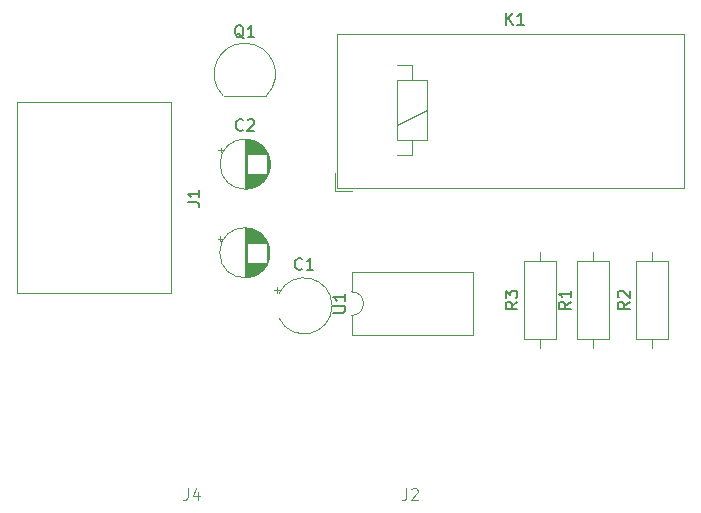
<source format=gbr>
%TF.GenerationSoftware,KiCad,Pcbnew,8.0.4*%
%TF.CreationDate,2024-08-25T11:04:55+02:00*%
%TF.ProjectId,Relais-M,52656c61-6973-42d4-9d2e-6b696361645f,rev?*%
%TF.SameCoordinates,Original*%
%TF.FileFunction,Legend,Top*%
%TF.FilePolarity,Positive*%
%FSLAX46Y46*%
G04 Gerber Fmt 4.6, Leading zero omitted, Abs format (unit mm)*
G04 Created by KiCad (PCBNEW 8.0.4) date 2024-08-25 11:04:55*
%MOMM*%
%LPD*%
G01*
G04 APERTURE LIST*
%ADD10C,0.150000*%
%ADD11C,0.100000*%
%ADD12C,0.120000*%
G04 APERTURE END LIST*
D10*
X160084819Y-64666666D02*
X159608628Y-64999999D01*
X160084819Y-65238094D02*
X159084819Y-65238094D01*
X159084819Y-65238094D02*
X159084819Y-64857142D01*
X159084819Y-64857142D02*
X159132438Y-64761904D01*
X159132438Y-64761904D02*
X159180057Y-64714285D01*
X159180057Y-64714285D02*
X159275295Y-64666666D01*
X159275295Y-64666666D02*
X159418152Y-64666666D01*
X159418152Y-64666666D02*
X159513390Y-64714285D01*
X159513390Y-64714285D02*
X159561009Y-64761904D01*
X159561009Y-64761904D02*
X159608628Y-64857142D01*
X159608628Y-64857142D02*
X159608628Y-65238094D01*
X159084819Y-64333332D02*
X159084819Y-63714285D01*
X159084819Y-63714285D02*
X159465771Y-64047618D01*
X159465771Y-64047618D02*
X159465771Y-63904761D01*
X159465771Y-63904761D02*
X159513390Y-63809523D01*
X159513390Y-63809523D02*
X159561009Y-63761904D01*
X159561009Y-63761904D02*
X159656247Y-63714285D01*
X159656247Y-63714285D02*
X159894342Y-63714285D01*
X159894342Y-63714285D02*
X159989580Y-63761904D01*
X159989580Y-63761904D02*
X160037200Y-63809523D01*
X160037200Y-63809523D02*
X160084819Y-63904761D01*
X160084819Y-63904761D02*
X160084819Y-64190475D01*
X160084819Y-64190475D02*
X160037200Y-64285713D01*
X160037200Y-64285713D02*
X159989580Y-64333332D01*
X169584819Y-64666666D02*
X169108628Y-64999999D01*
X169584819Y-65238094D02*
X168584819Y-65238094D01*
X168584819Y-65238094D02*
X168584819Y-64857142D01*
X168584819Y-64857142D02*
X168632438Y-64761904D01*
X168632438Y-64761904D02*
X168680057Y-64714285D01*
X168680057Y-64714285D02*
X168775295Y-64666666D01*
X168775295Y-64666666D02*
X168918152Y-64666666D01*
X168918152Y-64666666D02*
X169013390Y-64714285D01*
X169013390Y-64714285D02*
X169061009Y-64761904D01*
X169061009Y-64761904D02*
X169108628Y-64857142D01*
X169108628Y-64857142D02*
X169108628Y-65238094D01*
X168680057Y-64285713D02*
X168632438Y-64238094D01*
X168632438Y-64238094D02*
X168584819Y-64142856D01*
X168584819Y-64142856D02*
X168584819Y-63904761D01*
X168584819Y-63904761D02*
X168632438Y-63809523D01*
X168632438Y-63809523D02*
X168680057Y-63761904D01*
X168680057Y-63761904D02*
X168775295Y-63714285D01*
X168775295Y-63714285D02*
X168870533Y-63714285D01*
X168870533Y-63714285D02*
X169013390Y-63761904D01*
X169013390Y-63761904D02*
X169584819Y-64333332D01*
X169584819Y-64333332D02*
X169584819Y-63714285D01*
X164584819Y-64666666D02*
X164108628Y-64999999D01*
X164584819Y-65238094D02*
X163584819Y-65238094D01*
X163584819Y-65238094D02*
X163584819Y-64857142D01*
X163584819Y-64857142D02*
X163632438Y-64761904D01*
X163632438Y-64761904D02*
X163680057Y-64714285D01*
X163680057Y-64714285D02*
X163775295Y-64666666D01*
X163775295Y-64666666D02*
X163918152Y-64666666D01*
X163918152Y-64666666D02*
X164013390Y-64714285D01*
X164013390Y-64714285D02*
X164061009Y-64761904D01*
X164061009Y-64761904D02*
X164108628Y-64857142D01*
X164108628Y-64857142D02*
X164108628Y-65238094D01*
X164584819Y-63714285D02*
X164584819Y-64285713D01*
X164584819Y-63999999D02*
X163584819Y-63999999D01*
X163584819Y-63999999D02*
X163727676Y-64095237D01*
X163727676Y-64095237D02*
X163822914Y-64190475D01*
X163822914Y-64190475D02*
X163870533Y-64285713D01*
D11*
X150666666Y-80457419D02*
X150666666Y-81171704D01*
X150666666Y-81171704D02*
X150619047Y-81314561D01*
X150619047Y-81314561D02*
X150523809Y-81409800D01*
X150523809Y-81409800D02*
X150380952Y-81457419D01*
X150380952Y-81457419D02*
X150285714Y-81457419D01*
X151095238Y-80552657D02*
X151142857Y-80505038D01*
X151142857Y-80505038D02*
X151238095Y-80457419D01*
X151238095Y-80457419D02*
X151476190Y-80457419D01*
X151476190Y-80457419D02*
X151571428Y-80505038D01*
X151571428Y-80505038D02*
X151619047Y-80552657D01*
X151619047Y-80552657D02*
X151666666Y-80647895D01*
X151666666Y-80647895D02*
X151666666Y-80743133D01*
X151666666Y-80743133D02*
X151619047Y-80885990D01*
X151619047Y-80885990D02*
X151047619Y-81457419D01*
X151047619Y-81457419D02*
X151666666Y-81457419D01*
X132166666Y-80457419D02*
X132166666Y-81171704D01*
X132166666Y-81171704D02*
X132119047Y-81314561D01*
X132119047Y-81314561D02*
X132023809Y-81409800D01*
X132023809Y-81409800D02*
X131880952Y-81457419D01*
X131880952Y-81457419D02*
X131785714Y-81457419D01*
X133071428Y-80790752D02*
X133071428Y-81457419D01*
X132833333Y-80409800D02*
X132595238Y-81124085D01*
X132595238Y-81124085D02*
X133214285Y-81124085D01*
D10*
X136904761Y-42350057D02*
X136809523Y-42302438D01*
X136809523Y-42302438D02*
X136714285Y-42207200D01*
X136714285Y-42207200D02*
X136571428Y-42064342D01*
X136571428Y-42064342D02*
X136476190Y-42016723D01*
X136476190Y-42016723D02*
X136380952Y-42016723D01*
X136428571Y-42254819D02*
X136333333Y-42207200D01*
X136333333Y-42207200D02*
X136238095Y-42111961D01*
X136238095Y-42111961D02*
X136190476Y-41921485D01*
X136190476Y-41921485D02*
X136190476Y-41588152D01*
X136190476Y-41588152D02*
X136238095Y-41397676D01*
X136238095Y-41397676D02*
X136333333Y-41302438D01*
X136333333Y-41302438D02*
X136428571Y-41254819D01*
X136428571Y-41254819D02*
X136619047Y-41254819D01*
X136619047Y-41254819D02*
X136714285Y-41302438D01*
X136714285Y-41302438D02*
X136809523Y-41397676D01*
X136809523Y-41397676D02*
X136857142Y-41588152D01*
X136857142Y-41588152D02*
X136857142Y-41921485D01*
X136857142Y-41921485D02*
X136809523Y-42111961D01*
X136809523Y-42111961D02*
X136714285Y-42207200D01*
X136714285Y-42207200D02*
X136619047Y-42254819D01*
X136619047Y-42254819D02*
X136428571Y-42254819D01*
X137809523Y-42254819D02*
X137238095Y-42254819D01*
X137523809Y-42254819D02*
X137523809Y-41254819D01*
X137523809Y-41254819D02*
X137428571Y-41397676D01*
X137428571Y-41397676D02*
X137333333Y-41492914D01*
X137333333Y-41492914D02*
X137238095Y-41540533D01*
X136860733Y-50109580D02*
X136813114Y-50157200D01*
X136813114Y-50157200D02*
X136670257Y-50204819D01*
X136670257Y-50204819D02*
X136575019Y-50204819D01*
X136575019Y-50204819D02*
X136432162Y-50157200D01*
X136432162Y-50157200D02*
X136336924Y-50061961D01*
X136336924Y-50061961D02*
X136289305Y-49966723D01*
X136289305Y-49966723D02*
X136241686Y-49776247D01*
X136241686Y-49776247D02*
X136241686Y-49633390D01*
X136241686Y-49633390D02*
X136289305Y-49442914D01*
X136289305Y-49442914D02*
X136336924Y-49347676D01*
X136336924Y-49347676D02*
X136432162Y-49252438D01*
X136432162Y-49252438D02*
X136575019Y-49204819D01*
X136575019Y-49204819D02*
X136670257Y-49204819D01*
X136670257Y-49204819D02*
X136813114Y-49252438D01*
X136813114Y-49252438D02*
X136860733Y-49300057D01*
X137241686Y-49300057D02*
X137289305Y-49252438D01*
X137289305Y-49252438D02*
X137384543Y-49204819D01*
X137384543Y-49204819D02*
X137622638Y-49204819D01*
X137622638Y-49204819D02*
X137717876Y-49252438D01*
X137717876Y-49252438D02*
X137765495Y-49300057D01*
X137765495Y-49300057D02*
X137813114Y-49395295D01*
X137813114Y-49395295D02*
X137813114Y-49490533D01*
X137813114Y-49490533D02*
X137765495Y-49633390D01*
X137765495Y-49633390D02*
X137194067Y-50204819D01*
X137194067Y-50204819D02*
X137813114Y-50204819D01*
X132154819Y-56213333D02*
X132869104Y-56213333D01*
X132869104Y-56213333D02*
X133011961Y-56260952D01*
X133011961Y-56260952D02*
X133107200Y-56356190D01*
X133107200Y-56356190D02*
X133154819Y-56499047D01*
X133154819Y-56499047D02*
X133154819Y-56594285D01*
X133154819Y-55213333D02*
X133154819Y-55784761D01*
X133154819Y-55499047D02*
X132154819Y-55499047D01*
X132154819Y-55499047D02*
X132297676Y-55594285D01*
X132297676Y-55594285D02*
X132392914Y-55689523D01*
X132392914Y-55689523D02*
X132440533Y-55784761D01*
X144504819Y-65571904D02*
X145314342Y-65571904D01*
X145314342Y-65571904D02*
X145409580Y-65524285D01*
X145409580Y-65524285D02*
X145457200Y-65476666D01*
X145457200Y-65476666D02*
X145504819Y-65381428D01*
X145504819Y-65381428D02*
X145504819Y-65190952D01*
X145504819Y-65190952D02*
X145457200Y-65095714D01*
X145457200Y-65095714D02*
X145409580Y-65048095D01*
X145409580Y-65048095D02*
X145314342Y-65000476D01*
X145314342Y-65000476D02*
X144504819Y-65000476D01*
X145504819Y-64000476D02*
X145504819Y-64571904D01*
X145504819Y-64286190D02*
X144504819Y-64286190D01*
X144504819Y-64286190D02*
X144647676Y-64381428D01*
X144647676Y-64381428D02*
X144742914Y-64476666D01*
X144742914Y-64476666D02*
X144790533Y-64571904D01*
X159111905Y-41204819D02*
X159111905Y-40204819D01*
X159683333Y-41204819D02*
X159254762Y-40633390D01*
X159683333Y-40204819D02*
X159111905Y-40776247D01*
X160635714Y-41204819D02*
X160064286Y-41204819D01*
X160350000Y-41204819D02*
X160350000Y-40204819D01*
X160350000Y-40204819D02*
X160254762Y-40347676D01*
X160254762Y-40347676D02*
X160159524Y-40442914D01*
X160159524Y-40442914D02*
X160064286Y-40490533D01*
X141854433Y-61859580D02*
X141806814Y-61907200D01*
X141806814Y-61907200D02*
X141663957Y-61954819D01*
X141663957Y-61954819D02*
X141568719Y-61954819D01*
X141568719Y-61954819D02*
X141425862Y-61907200D01*
X141425862Y-61907200D02*
X141330624Y-61811961D01*
X141330624Y-61811961D02*
X141283005Y-61716723D01*
X141283005Y-61716723D02*
X141235386Y-61526247D01*
X141235386Y-61526247D02*
X141235386Y-61383390D01*
X141235386Y-61383390D02*
X141283005Y-61192914D01*
X141283005Y-61192914D02*
X141330624Y-61097676D01*
X141330624Y-61097676D02*
X141425862Y-61002438D01*
X141425862Y-61002438D02*
X141568719Y-60954819D01*
X141568719Y-60954819D02*
X141663957Y-60954819D01*
X141663957Y-60954819D02*
X141806814Y-61002438D01*
X141806814Y-61002438D02*
X141854433Y-61050057D01*
X142806814Y-61954819D02*
X142235386Y-61954819D01*
X142521100Y-61954819D02*
X142521100Y-60954819D01*
X142521100Y-60954819D02*
X142425862Y-61097676D01*
X142425862Y-61097676D02*
X142330624Y-61192914D01*
X142330624Y-61192914D02*
X142235386Y-61240533D01*
D12*
%TO.C,R3*%
X162000000Y-68540000D02*
X162000000Y-67770000D01*
X160630000Y-67770000D02*
X163370000Y-67770000D01*
X163370000Y-67770000D02*
X163370000Y-61230000D01*
X160630000Y-61230000D02*
X160630000Y-67770000D01*
X163370000Y-61230000D02*
X160630000Y-61230000D01*
X162000000Y-60460000D02*
X162000000Y-61230000D01*
%TO.C,R2*%
X171500000Y-68540000D02*
X171500000Y-67770000D01*
X170130000Y-67770000D02*
X172870000Y-67770000D01*
X172870000Y-67770000D02*
X172870000Y-61230000D01*
X170130000Y-61230000D02*
X170130000Y-67770000D01*
X172870000Y-61230000D02*
X170130000Y-61230000D01*
X171500000Y-60460000D02*
X171500000Y-61230000D01*
%TO.C,R1*%
X166500000Y-68540000D02*
X166500000Y-67770000D01*
X165130000Y-67770000D02*
X167870000Y-67770000D01*
X167870000Y-67770000D02*
X167870000Y-61230000D01*
X165130000Y-61230000D02*
X165130000Y-67770000D01*
X167870000Y-61230000D02*
X165130000Y-61230000D01*
X166500000Y-60460000D02*
X166500000Y-61230000D01*
%TO.C,C3*%
X134730199Y-59305000D02*
X135130199Y-59305000D01*
X134930199Y-59105000D02*
X134930199Y-59505000D01*
X137000000Y-58420000D02*
X137000000Y-62580000D01*
X137040000Y-58420000D02*
X137040000Y-62580000D01*
X137080000Y-58421000D02*
X137080000Y-62579000D01*
X137120000Y-58423000D02*
X137120000Y-62577000D01*
X137160000Y-58426000D02*
X137160000Y-62574000D01*
X137200000Y-58429000D02*
X137200000Y-59660000D01*
X137200000Y-61340000D02*
X137200000Y-62571000D01*
X137240000Y-58433000D02*
X137240000Y-59660000D01*
X137240000Y-61340000D02*
X137240000Y-62567000D01*
X137280000Y-58438000D02*
X137280000Y-59660000D01*
X137280000Y-61340000D02*
X137280000Y-62562000D01*
X137320000Y-58444000D02*
X137320000Y-59660000D01*
X137320000Y-61340000D02*
X137320000Y-62556000D01*
X137360000Y-58450000D02*
X137360000Y-59660000D01*
X137360000Y-61340000D02*
X137360000Y-62550000D01*
X137400000Y-58458000D02*
X137400000Y-59660000D01*
X137400000Y-61340000D02*
X137400000Y-62542000D01*
X137440000Y-58466000D02*
X137440000Y-59660000D01*
X137440000Y-61340000D02*
X137440000Y-62534000D01*
X137480000Y-58475000D02*
X137480000Y-59660000D01*
X137480000Y-61340000D02*
X137480000Y-62525000D01*
X137520000Y-58484000D02*
X137520000Y-59660000D01*
X137520000Y-61340000D02*
X137520000Y-62516000D01*
X137560000Y-58495000D02*
X137560000Y-59660000D01*
X137560000Y-61340000D02*
X137560000Y-62505000D01*
X137600000Y-58506000D02*
X137600000Y-59660000D01*
X137600000Y-61340000D02*
X137600000Y-62494000D01*
X137640000Y-58518000D02*
X137640000Y-59660000D01*
X137640000Y-61340000D02*
X137640000Y-62482000D01*
X137680000Y-58532000D02*
X137680000Y-59660000D01*
X137680000Y-61340000D02*
X137680000Y-62468000D01*
X137721000Y-58546000D02*
X137721000Y-59660000D01*
X137721000Y-61340000D02*
X137721000Y-62454000D01*
X137761000Y-58560000D02*
X137761000Y-59660000D01*
X137761000Y-61340000D02*
X137761000Y-62440000D01*
X137801000Y-58576000D02*
X137801000Y-59660000D01*
X137801000Y-61340000D02*
X137801000Y-62424000D01*
X137841000Y-58593000D02*
X137841000Y-59660000D01*
X137841000Y-61340000D02*
X137841000Y-62407000D01*
X137881000Y-58611000D02*
X137881000Y-59660000D01*
X137881000Y-61340000D02*
X137881000Y-62389000D01*
X137921000Y-58630000D02*
X137921000Y-59660000D01*
X137921000Y-61340000D02*
X137921000Y-62370000D01*
X137961000Y-58649000D02*
X137961000Y-59660000D01*
X137961000Y-61340000D02*
X137961000Y-62351000D01*
X138001000Y-58670000D02*
X138001000Y-59660000D01*
X138001000Y-61340000D02*
X138001000Y-62330000D01*
X138041000Y-58692000D02*
X138041000Y-59660000D01*
X138041000Y-61340000D02*
X138041000Y-62308000D01*
X138081000Y-58715000D02*
X138081000Y-59660000D01*
X138081000Y-61340000D02*
X138081000Y-62285000D01*
X138121000Y-58740000D02*
X138121000Y-59660000D01*
X138121000Y-61340000D02*
X138121000Y-62260000D01*
X138161000Y-58765000D02*
X138161000Y-59660000D01*
X138161000Y-61340000D02*
X138161000Y-62235000D01*
X138201000Y-58792000D02*
X138201000Y-59660000D01*
X138201000Y-61340000D02*
X138201000Y-62208000D01*
X138241000Y-58820000D02*
X138241000Y-59660000D01*
X138241000Y-61340000D02*
X138241000Y-62180000D01*
X138281000Y-58850000D02*
X138281000Y-59660000D01*
X138281000Y-61340000D02*
X138281000Y-62150000D01*
X138321000Y-58881000D02*
X138321000Y-59660000D01*
X138321000Y-61340000D02*
X138321000Y-62119000D01*
X138361000Y-58913000D02*
X138361000Y-59660000D01*
X138361000Y-61340000D02*
X138361000Y-62087000D01*
X138401000Y-58948000D02*
X138401000Y-59660000D01*
X138401000Y-61340000D02*
X138401000Y-62052000D01*
X138441000Y-58984000D02*
X138441000Y-59660000D01*
X138441000Y-61340000D02*
X138441000Y-62016000D01*
X138481000Y-59022000D02*
X138481000Y-59660000D01*
X138481000Y-61340000D02*
X138481000Y-61978000D01*
X138521000Y-59062000D02*
X138521000Y-59660000D01*
X138521000Y-61340000D02*
X138521000Y-61938000D01*
X138561000Y-59104000D02*
X138561000Y-59660000D01*
X138561000Y-61340000D02*
X138561000Y-61896000D01*
X138601000Y-59149000D02*
X138601000Y-59660000D01*
X138601000Y-61340000D02*
X138601000Y-61851000D01*
X138641000Y-59196000D02*
X138641000Y-59660000D01*
X138641000Y-61340000D02*
X138641000Y-61804000D01*
X138681000Y-59246000D02*
X138681000Y-59660000D01*
X138681000Y-61340000D02*
X138681000Y-61754000D01*
X138721000Y-59300000D02*
X138721000Y-59660000D01*
X138721000Y-61340000D02*
X138721000Y-61700000D01*
X138761000Y-59358000D02*
X138761000Y-59660000D01*
X138761000Y-61340000D02*
X138761000Y-61642000D01*
X138801000Y-59420000D02*
X138801000Y-59660000D01*
X138801000Y-61340000D02*
X138801000Y-61580000D01*
X138841000Y-59487000D02*
X138841000Y-61513000D01*
X138881000Y-59560000D02*
X138881000Y-61440000D01*
X138921000Y-59641000D02*
X138921000Y-61359000D01*
X138961000Y-59732000D02*
X138961000Y-61268000D01*
X139001000Y-59836000D02*
X139001000Y-61164000D01*
X139041000Y-59963000D02*
X139041000Y-61037000D01*
X139081000Y-60130000D02*
X139081000Y-60870000D01*
X139120000Y-60500000D02*
G75*
G02*
X134880000Y-60500000I-2120000J0D01*
G01*
X134880000Y-60500000D02*
G75*
G02*
X139120000Y-60500000I2120000J0D01*
G01*
%TO.C,Q1*%
X135200000Y-47210000D02*
X138800000Y-47210000D01*
X135161522Y-47198478D02*
G75*
G02*
X137000000Y-42759999I1838478J1838478D01*
G01*
X137000000Y-42760000D02*
G75*
G02*
X138838478Y-47198478I0J-2600000D01*
G01*
%TO.C,C2*%
X134757599Y-51805000D02*
X135157599Y-51805000D01*
X134957599Y-51605000D02*
X134957599Y-52005000D01*
X137027400Y-50920000D02*
X137027400Y-55080000D01*
X137067400Y-50920000D02*
X137067400Y-55080000D01*
X137107400Y-50921000D02*
X137107400Y-55079000D01*
X137147400Y-50923000D02*
X137147400Y-55077000D01*
X137187400Y-50926000D02*
X137187400Y-55074000D01*
X137227400Y-50929000D02*
X137227400Y-52160000D01*
X137227400Y-53840000D02*
X137227400Y-55071000D01*
X137267400Y-50933000D02*
X137267400Y-52160000D01*
X137267400Y-53840000D02*
X137267400Y-55067000D01*
X137307400Y-50938000D02*
X137307400Y-52160000D01*
X137307400Y-53840000D02*
X137307400Y-55062000D01*
X137347400Y-50944000D02*
X137347400Y-52160000D01*
X137347400Y-53840000D02*
X137347400Y-55056000D01*
X137387400Y-50950000D02*
X137387400Y-52160000D01*
X137387400Y-53840000D02*
X137387400Y-55050000D01*
X137427400Y-50958000D02*
X137427400Y-52160000D01*
X137427400Y-53840000D02*
X137427400Y-55042000D01*
X137467400Y-50966000D02*
X137467400Y-52160000D01*
X137467400Y-53840000D02*
X137467400Y-55034000D01*
X137507400Y-50975000D02*
X137507400Y-52160000D01*
X137507400Y-53840000D02*
X137507400Y-55025000D01*
X137547400Y-50984000D02*
X137547400Y-52160000D01*
X137547400Y-53840000D02*
X137547400Y-55016000D01*
X137587400Y-50995000D02*
X137587400Y-52160000D01*
X137587400Y-53840000D02*
X137587400Y-55005000D01*
X137627400Y-51006000D02*
X137627400Y-52160000D01*
X137627400Y-53840000D02*
X137627400Y-54994000D01*
X137667400Y-51018000D02*
X137667400Y-52160000D01*
X137667400Y-53840000D02*
X137667400Y-54982000D01*
X137707400Y-51032000D02*
X137707400Y-52160000D01*
X137707400Y-53840000D02*
X137707400Y-54968000D01*
X137748400Y-51046000D02*
X137748400Y-52160000D01*
X137748400Y-53840000D02*
X137748400Y-54954000D01*
X137788400Y-51060000D02*
X137788400Y-52160000D01*
X137788400Y-53840000D02*
X137788400Y-54940000D01*
X137828400Y-51076000D02*
X137828400Y-52160000D01*
X137828400Y-53840000D02*
X137828400Y-54924000D01*
X137868400Y-51093000D02*
X137868400Y-52160000D01*
X137868400Y-53840000D02*
X137868400Y-54907000D01*
X137908400Y-51111000D02*
X137908400Y-52160000D01*
X137908400Y-53840000D02*
X137908400Y-54889000D01*
X137948400Y-51130000D02*
X137948400Y-52160000D01*
X137948400Y-53840000D02*
X137948400Y-54870000D01*
X137988400Y-51149000D02*
X137988400Y-52160000D01*
X137988400Y-53840000D02*
X137988400Y-54851000D01*
X138028400Y-51170000D02*
X138028400Y-52160000D01*
X138028400Y-53840000D02*
X138028400Y-54830000D01*
X138068400Y-51192000D02*
X138068400Y-52160000D01*
X138068400Y-53840000D02*
X138068400Y-54808000D01*
X138108400Y-51215000D02*
X138108400Y-52160000D01*
X138108400Y-53840000D02*
X138108400Y-54785000D01*
X138148400Y-51240000D02*
X138148400Y-52160000D01*
X138148400Y-53840000D02*
X138148400Y-54760000D01*
X138188400Y-51265000D02*
X138188400Y-52160000D01*
X138188400Y-53840000D02*
X138188400Y-54735000D01*
X138228400Y-51292000D02*
X138228400Y-52160000D01*
X138228400Y-53840000D02*
X138228400Y-54708000D01*
X138268400Y-51320000D02*
X138268400Y-52160000D01*
X138268400Y-53840000D02*
X138268400Y-54680000D01*
X138308400Y-51350000D02*
X138308400Y-52160000D01*
X138308400Y-53840000D02*
X138308400Y-54650000D01*
X138348400Y-51381000D02*
X138348400Y-52160000D01*
X138348400Y-53840000D02*
X138348400Y-54619000D01*
X138388400Y-51413000D02*
X138388400Y-52160000D01*
X138388400Y-53840000D02*
X138388400Y-54587000D01*
X138428400Y-51448000D02*
X138428400Y-52160000D01*
X138428400Y-53840000D02*
X138428400Y-54552000D01*
X138468400Y-51484000D02*
X138468400Y-52160000D01*
X138468400Y-53840000D02*
X138468400Y-54516000D01*
X138508400Y-51522000D02*
X138508400Y-52160000D01*
X138508400Y-53840000D02*
X138508400Y-54478000D01*
X138548400Y-51562000D02*
X138548400Y-52160000D01*
X138548400Y-53840000D02*
X138548400Y-54438000D01*
X138588400Y-51604000D02*
X138588400Y-52160000D01*
X138588400Y-53840000D02*
X138588400Y-54396000D01*
X138628400Y-51649000D02*
X138628400Y-52160000D01*
X138628400Y-53840000D02*
X138628400Y-54351000D01*
X138668400Y-51696000D02*
X138668400Y-52160000D01*
X138668400Y-53840000D02*
X138668400Y-54304000D01*
X138708400Y-51746000D02*
X138708400Y-52160000D01*
X138708400Y-53840000D02*
X138708400Y-54254000D01*
X138748400Y-51800000D02*
X138748400Y-52160000D01*
X138748400Y-53840000D02*
X138748400Y-54200000D01*
X138788400Y-51858000D02*
X138788400Y-52160000D01*
X138788400Y-53840000D02*
X138788400Y-54142000D01*
X138828400Y-51920000D02*
X138828400Y-52160000D01*
X138828400Y-53840000D02*
X138828400Y-54080000D01*
X138868400Y-51987000D02*
X138868400Y-54013000D01*
X138908400Y-52060000D02*
X138908400Y-53940000D01*
X138948400Y-52141000D02*
X138948400Y-53859000D01*
X138988400Y-52232000D02*
X138988400Y-53768000D01*
X139028400Y-52336000D02*
X139028400Y-53664000D01*
X139068400Y-52463000D02*
X139068400Y-53537000D01*
X139108400Y-52630000D02*
X139108400Y-53370000D01*
X139147400Y-53000000D02*
G75*
G02*
X134907400Y-53000000I-2120000J0D01*
G01*
X134907400Y-53000000D02*
G75*
G02*
X139147400Y-53000000I2120000J0D01*
G01*
%TO.C,J1*%
X117750000Y-47750000D02*
X117750000Y-63950000D01*
X130750000Y-47750000D02*
X117750000Y-47750000D01*
X130750000Y-47750000D02*
X130750000Y-63950000D01*
X130750000Y-63950000D02*
X117750000Y-63950000D01*
%TO.C,U1*%
X146050000Y-62160000D02*
X146050000Y-63810000D01*
X146050000Y-65810000D02*
X146050000Y-67460000D01*
X146050000Y-67460000D02*
X156330000Y-67460000D01*
X156330000Y-62160000D02*
X146050000Y-62160000D01*
X156330000Y-67460000D02*
X156330000Y-62160000D01*
X146050000Y-63810000D02*
G75*
G02*
X146050000Y-65810000I0J-1000000D01*
G01*
%TO.C,K1*%
X144600000Y-53750000D02*
X144600000Y-55250000D01*
X144600000Y-55250000D02*
X146100000Y-55250000D01*
X144800000Y-41950000D02*
X144800000Y-55050000D01*
X144800000Y-55050000D02*
X174200000Y-55050000D01*
X149890000Y-45900000D02*
X149890000Y-50980000D01*
D11*
X149890000Y-49710000D02*
X152430000Y-48440000D01*
D12*
X149890000Y-50980000D02*
X151160000Y-50980000D01*
X149890000Y-52250000D02*
X151160000Y-52250000D01*
X151160000Y-44630000D02*
X149890000Y-44630000D01*
X151160000Y-45900000D02*
X151160000Y-44630000D01*
X151160000Y-50980000D02*
X152430000Y-50980000D01*
X151160000Y-52250000D02*
X151160000Y-50980000D01*
X152430000Y-45900000D02*
X149890000Y-45900000D01*
X152430000Y-50980000D02*
X152430000Y-45900000D01*
X174200000Y-41950000D02*
X144800000Y-41950000D01*
X174200000Y-55050000D02*
X174200000Y-41950000D01*
%TO.C,C1*%
X139483812Y-63665000D02*
X139933812Y-63665000D01*
X139708812Y-63440000D02*
X139708812Y-63890000D01*
X139901359Y-63940000D02*
G75*
G02*
X139901359Y-66060000I2119741J-1060000D01*
G01*
%TD*%
M02*

</source>
